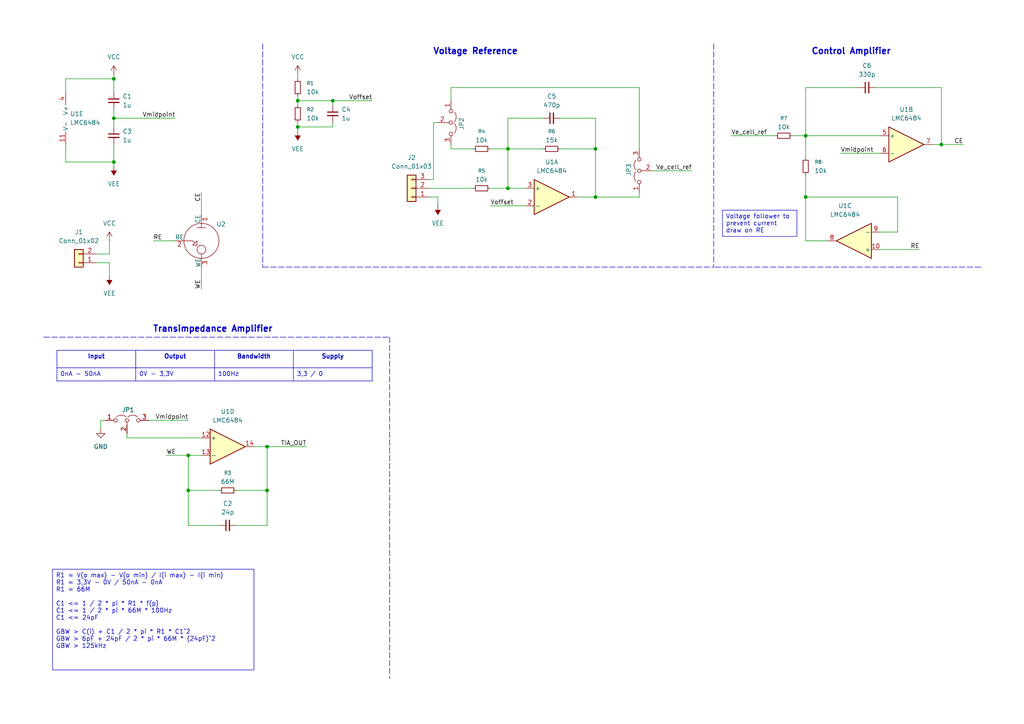
<source format=kicad_sch>
(kicad_sch (version 20250114) (generator "eeschema") (generator_version "9.0")
  (paper "A4")
  (lib_symbols
    (symbol "Amplifier_Operational:LMC6484" (pin_names (offset 0.127))
      (property "Reference" "U" (at 0 5.08 0))
      (property "Value" "LMC6484" (at 0 -5.08 0))
      (symbol "LMC6484_1_1"
        (polyline (pts (xy -5.08 5.08) (xy 5.08 0) (xy -5.08 -5.08) (xy -5.08 5.08)) (stroke (width 0.254)) (fill (type background)))
        (pin input line (at -7.62 2.54 0) (length 2.54) (name "+") (number "3"))
        (pin input line (at -7.62 -2.54 0) (length 2.54) (name "-") (number "2"))
        (pin output line (at 7.62 0 180) (length 2.54) (name "~") (number "1"))
      )
      (symbol "LMC6484_2_1"
        (polyline (pts (xy -5.08 5.08) (xy 5.08 0) (xy -5.08 -5.08) (xy -5.08 5.08)) (stroke (width 0.254)) (fill (type background)))
        (pin input line (at -7.62 2.54 0) (length 2.54) (name "+") (number "5"))
        (pin input line (at -7.62 -2.54 0) (length 2.54) (name "-") (number "6"))
        (pin output line (at 7.62 0 180) (length 2.54) (name "~") (number "7"))
      )
      (symbol "LMC6484_3_1"
        (polyline (pts (xy -5.08 5.08) (xy 5.08 0) (xy -5.08 -5.08) (xy -5.08 5.08)) (stroke (width 0.254)) (fill (type background)))
        (pin input line (at -7.62 2.54 0) (length 2.54) (name "+") (number "10"))
        (pin input line (at -7.62 -2.54 0) (length 2.54) (name "-") (number "9"))
        (pin output line (at 7.62 0 180) (length 2.54) (name "~") (number "8"))
      )
      (symbol "LMC6484_4_1"
        (polyline (pts (xy -5.08 5.08) (xy 5.08 0) (xy -5.08 -5.08) (xy -5.08 5.08)) (stroke (width 0.254)) (fill (type background)))
        (pin input line (at -7.62 2.54 0) (length 2.54) (name "+") (number "12"))
        (pin input line (at -7.62 -2.54 0) (length 2.54) (name "-") (number "13"))
        (pin output line (at 7.62 0 180) (length 2.54) (name "~") (number "14"))
      )
      (symbol "LMC6484_5_1"
        (pin power_in line (at -2.54 7.62 270) (length 3.81) (name "V+") (number "4"))
        (pin power_in line (at -2.54 -7.62 90) (length 3.81) (name "V-") (number "11"))
      )
    )
    (symbol "Connector_Generic:Conn_01x02" (pin_names (offset 1.016) (hide yes))
      (property "Reference" "J" (at 0 2.54 0))
      (property "Value" "Conn_01x02" (at 0 -5.08 0))
      (symbol "Conn_01x02_1_1"
        (rectangle (start -1.27 1.27) (end 1.27 -3.81) (stroke (width 0.254)) (fill (type background)))
        (rectangle (start -1.27 0.127) (end 0 -0.127) (stroke (width 0.1524)))
        (rectangle (start -1.27 -2.413) (end 0 -2.667) (stroke (width 0.1524)))
        (pin passive line (at -5.08 0 0) (length 3.81) (name "Pin_1") (number "1"))
        (pin passive line (at -5.08 -2.54 0) (length 3.81) (name "Pin_2") (number "2"))
      )
    )
    (symbol "Connector_Generic:Conn_01x03" (pin_names (offset 1.016) (hide yes))
      (property "Reference" "J" (at 0 5.08 0))
      (property "Value" "Conn_01x03" (at 0 -5.08 0))
      (symbol "Conn_01x03_1_1"
        (rectangle (start -1.27 3.81) (end 1.27 -3.81) (stroke (width 0.254)) (fill (type background)))
        (rectangle (start -1.27 2.667) (end 0 2.413) (stroke (width 0.1524)))
        (rectangle (start -1.27 0.127) (end 0 -0.127) (stroke (width 0.1524)))
        (rectangle (start -1.27 -2.413) (end 0 -2.667) (stroke (width 0.1524)))
        (pin passive line (at -5.08 2.54 0) (length 3.81) (name "Pin_1") (number "1"))
        (pin passive line (at -5.08 0 0) (length 3.81) (name "Pin_2") (number "2"))
        (pin passive line (at -5.08 -2.54 0) (length 3.81) (name "Pin_3") (number "3"))
      )
    )
    (symbol "Device:C_Small" (pin_numbers (hide yes)) (pin_names (offset 0.254) (hide yes))
      (property "Reference" "C" (at 0.254 1.778 0))
      (property "Value" "C_Small" (at 0.254 -2.032 0))
      (symbol "C_Small_0_1"
        (polyline (pts (xy -1.524 0.508) (xy 1.524 0.508)) (stroke (width 0.3048)))
        (polyline (pts (xy -1.524 -0.508) (xy 1.524 -0.508)) (stroke (width 0.3302)))
      )
      (symbol "C_Small_1_1"
        (pin passive line (at 0 2.54 270) (length 2.032) (name "~") (number "1"))
        (pin passive line (at 0 -2.54 90) (length 2.032) (name "~") (number "2"))
      )
    )
    (symbol "Device:R_Small" (pin_numbers (hide yes)) (pin_names (offset 0.254) (hide yes))
      (property "Reference" "R" (at 0 0 90))
      (property "Value" "R_Small" (at 1.778 0 90))
      (symbol "R_Small_0_1"
        (rectangle (start -0.762 1.778) (end 0.762 -1.778) (stroke (width 0.2032)))
      )
      (symbol "R_Small_1_1"
        (pin passive line (at 0 2.54 270) (length 0.762) (name "~") (number "1"))
        (pin passive line (at 0 -2.54 90) (length 0.762) (name "~") (number "2"))
      )
    )
    (symbol "Jumper:Jumper_3_Open" (pin_names (offset 0) (hide yes)) (in_bom no)
      (property "Reference" "JP" (at -2.54 -2.54 0))
      (property "Value" "Jumper_3_Open" (at 0 2.794 0))
      (symbol "Jumper_3_Open_0_0"
        (circle (center -3.302 0) (radius 0.508))
        (circle (center 0 0) (radius 0.508))
        (circle (center 3.302 0) (radius 0.508))
      )
      (symbol "Jumper_3_Open_0_1"
        (arc (start -3.048 1.016) (mid -1.651 1.4992) (end -0.254 1.016))
        (polyline (pts (xy 0 -0.508) (xy 0 -1.27)))
        (arc (start 0.254 1.016) (mid 1.651 1.4992) (end 3.048 1.016))
      )
      (symbol "Jumper_3_Open_1_1"
        (pin passive line (at -6.35 0 0) (length 2.54) (name "A") (number "1"))
        (pin passive line (at 0 -3.81 90) (length 2.54) (name "C") (number "2"))
        (pin passive line (at 6.35 0 180) (length 2.54) (name "B") (number "3"))
      )
    )
    (symbol "Potentiostat:Electrochemical_Cell" (pin_names (offset 0))
      (property "Reference" "U" (at 6.096 6.604 0))
      (symbol "Electrochemical_Cell_0_1"
        (polyline (pts (xy -5.08 0) (xy -2.54 0) (xy -1.905 -0.635)))
        (polyline (pts (xy -1.27 3.81) (xy 1.27 3.81)))
        (polyline (pts (xy -1.27 0) (xy -1.27 -1.27) (xy -2.54 -1.27) (xy -1.27 0)))
        (polyline (pts (xy 0 5.08) (xy 0 3.81)))
        (circle (center 0 0) (radius 5.08))
        (circle (center 0 -2.54) (radius 1.27))
        (polyline (pts (xy 0 -3.81) (xy 0 -5.08)))
      )
      (symbol "Electrochemical_Cell_1_1"
        (pin power_out line (at -7.62 0 0) (length 2.54) (name "RE") (number "2"))
        (pin power_out line (at 0 7.62 270) (length 2.54) (name "CE") (number "1"))
        (pin power_out line (at 0 -7.62 90) (length 2.54) (name "WE") (number "3"))
      )
    )
    (symbol "power:GND" (power) (pin_numbers (hide yes)) (pin_names (offset 0) (hide yes))
      (property "Value" "GND" (at 0 -3.81 0))
      (symbol "GND_0_1"
        (polyline (pts (xy 0 0) (xy 0 -1.27) (xy 1.27 -1.27) (xy 0 -2.54) (xy -1.27 -1.27) (xy 0 -1.27)))
      )
      (symbol "GND_1_1"
        (pin power_in line (at 0 0 270) (length 0) (name "~") (number "1"))
      )
    )
    (symbol "power:VCC" (power) (pin_numbers (hide yes)) (pin_names (offset 0) (hide yes))
      (property "Value" "VCC" (at 0 3.556 0))
      (symbol "VCC_0_1"
        (polyline (pts (xy -0.762 1.27) (xy 0 2.54)))
        (polyline (pts (xy 0 2.54) (xy 0.762 1.27)))
        (polyline (pts (xy 0 0) (xy 0 2.54)))
      )
      (symbol "VCC_1_1"
        (pin power_in line (at 0 0 90) (length 0) (name "~") (number "1"))
      )
    )
    (symbol "power:VEE" (power) (pin_numbers (hide yes)) (pin_names (offset 0) (hide yes))
      (property "Value" "VEE" (at 0 3.556 0))
      (symbol "VEE_0_1"
        (polyline (pts (xy 0 0) (xy 0 2.54)))
        (polyline (pts (xy 0.762 1.27) (xy -0.762 1.27) (xy 0 2.54) (xy 0.762 1.27)) (fill (type outline)))
      )
      (symbol "VEE_1_1"
        (pin power_in line (at 0 0 90) (length 0) (name "~") (number "1"))
      )
    )
  )
  (text "Control Amplifier" (at 246.888 14.986 0) (effects (font (size 1.778 1.778) (thickness 0.3556) (bold yes))))
  (text "Transimpedance Amplifier" (at 61.722 95.504 0) (effects (font (size 1.778 1.778) (thickness 0.3556) (bold yes))))
  (text "Voltage Reference" (at 137.922 14.986 0) (effects (font (size 1.778 1.778) (thickness 0.3556) (bold yes))))
  (text_box "R1 = V(o max) - V(o min) / I(i max) - I(i min)\nR1 = 3,3V - 0V / 50nA - 0nA\nR1 = 66M\n\nC1 <= 1 / 2 * pi * R1 * f(p)\nC1 <= 1 / 2 * pi * 66M * 100Hz\nC1 <= 24pF\n\nGBW > C(i) + C1 / 2 * pi * R1 * C1^2\nGBW > 6pF + 24pF / 2 * pi * 66M * (24pF)^2\nGBW > 125kHz" (at 15.24 165.1 0) (size 58.42 29.21) (margins 0.9525 0.9525 0.9525 0.9525) (effects (font (size 1.27 1.27)) (justify left top)))
  (text_box "Voltage follower to prevent current draw on RE" (at 209.55 60.96 0) (size 21.59 7.62) (margins 0.9525 0.9525 0.9525 0.9525) (effects (font (size 1.27 1.27)) (justify left top)))
  (junction (at 147.32 43.18))
  (junction (at 147.32 54.61))
  (junction (at 33.02 22.86))
  (junction (at 233.68 39.37))
  (junction (at 33.02 34.29))
  (junction (at 233.68 57.15))
  (junction (at 273.05 41.91))
  (junction (at 54.61 142.24))
  (junction (at 77.47 129.54))
  (junction (at 172.72 43.18))
  (junction (at 96.52 29.21))
  (junction (at 54.61 132.08))
  (junction (at 86.36 29.21))
  (junction (at 77.47 142.24))
  (junction (at 33.02 46.99))
  (junction (at 172.72 57.15))
  (junction (at 86.36 36.83))
  (wire (pts (xy 54.61 142.24) (xy 63.5 142.24)))
  (wire (pts (xy 31.75 76.2) (xy 31.75 80.01)))
  (wire (pts (xy 33.02 21.59) (xy 33.02 22.86)))
  (wire (pts (xy 260.35 57.15) (xy 233.68 57.15)))
  (wire (pts (xy 142.24 59.69) (xy 152.4 59.69)))
  (wire (pts (xy 44.45 69.85) (xy 50.8 69.85)))
  (wire (pts (xy 260.35 67.31) (xy 260.35 57.15)))
  (wire (pts (xy 77.47 129.54) (xy 88.9 129.54)))
  (wire (pts (xy 58.42 132.08) (xy 54.61 132.08)))
  (wire (pts (xy 58.42 55.88) (xy 58.42 62.23)))
  (wire (pts (xy 31.75 69.85) (xy 31.75 73.66)))
  (wire (pts (xy 77.47 129.54) (xy 77.47 142.24)))
  (wire (pts (xy 162.56 43.18) (xy 172.72 43.18)))
  (wire (pts (xy 77.47 129.54) (xy 73.66 129.54)))
  (wire (pts (xy 68.58 142.24) (xy 77.47 142.24)))
  (polyline (pts (xy 207.01 12.7) (xy 207.01 77.47)) (stroke (width 0) (type dash)))
  (wire (pts (xy 172.72 34.29) (xy 172.72 43.18)))
  (wire (pts (xy 157.48 34.29) (xy 147.32 34.29)))
  (wire (pts (xy 185.42 55.88) (xy 185.42 57.15)))
  (polyline (pts (xy 12.7 97.79) (xy 113.03 97.79)) (stroke (width 0) (type dash)))
  (wire (pts (xy 33.02 46.99) (xy 33.02 48.26)))
  (polyline (pts (xy 76.2 12.7) (xy 76.2 77.47)) (stroke (width 0) (type dash)))
  (wire (pts (xy 19.05 22.86) (xy 33.02 22.86)))
  (wire (pts (xy 96.52 29.21) (xy 107.95 29.21)))
  (wire (pts (xy 233.68 39.37) (xy 233.68 45.72)))
  (wire (pts (xy 31.75 73.66) (xy 27.94 73.66)))
  (wire (pts (xy 33.02 31.75) (xy 33.02 34.29)))
  (wire (pts (xy 19.05 41.91) (xy 19.05 46.99)))
  (wire (pts (xy 127 35.56) (xy 125.73 35.56)))
  (wire (pts (xy 248.92 25.4) (xy 233.68 25.4)))
  (wire (pts (xy 233.68 25.4) (xy 233.68 39.37)))
  (wire (pts (xy 33.02 22.86) (xy 33.02 26.67)))
  (wire (pts (xy 124.46 57.15) (xy 127 57.15)))
  (wire (pts (xy 147.32 54.61) (xy 152.4 54.61)))
  (wire (pts (xy 125.73 35.56) (xy 125.73 52.07)))
  (wire (pts (xy 68.58 152.4) (xy 77.47 152.4)))
  (wire (pts (xy 48.26 132.08) (xy 54.61 132.08)))
  (wire (pts (xy 273.05 41.91) (xy 279.4 41.91)))
  (wire (pts (xy 185.42 25.4) (xy 185.42 43.18)))
  (wire (pts (xy 130.81 41.91) (xy 130.81 43.18)))
  (wire (pts (xy 233.68 57.15) (xy 233.68 69.85)))
  (wire (pts (xy 130.81 25.4) (xy 185.42 25.4)))
  (wire (pts (xy 125.73 52.07) (xy 124.46 52.07)))
  (wire (pts (xy 172.72 43.18) (xy 172.72 57.15)))
  (wire (pts (xy 233.68 69.85) (xy 240.03 69.85)))
  (wire (pts (xy 54.61 142.24) (xy 54.61 152.4)))
  (wire (pts (xy 36.83 127) (xy 58.42 127)))
  (wire (pts (xy 96.52 30.48) (xy 96.52 29.21)))
  (wire (pts (xy 36.83 125.73) (xy 36.83 127)))
  (wire (pts (xy 86.36 21.59) (xy 86.36 22.86)))
  (wire (pts (xy 77.47 142.24) (xy 77.47 152.4)))
  (wire (pts (xy 229.87 39.37) (xy 233.68 39.37)))
  (wire (pts (xy 86.36 36.83) (xy 86.36 38.1)))
  (polyline (pts (xy 76.2 77.47) (xy 207.01 77.47)) (stroke (width 0) (type dash)))
  (wire (pts (xy 33.02 34.29) (xy 33.02 36.83)))
  (wire (pts (xy 19.05 46.99) (xy 33.02 46.99)))
  (wire (pts (xy 29.21 121.92) (xy 30.48 121.92)))
  (polyline (pts (xy 113.03 97.79) (xy 113.03 196.85)) (stroke (width 0) (type dash)))
  (wire (pts (xy 54.61 152.4) (xy 63.5 152.4)))
  (wire (pts (xy 86.36 27.94) (xy 86.36 29.21)))
  (wire (pts (xy 147.32 43.18) (xy 147.32 54.61)))
  (wire (pts (xy 147.32 43.18) (xy 157.48 43.18)))
  (wire (pts (xy 86.36 29.21) (xy 96.52 29.21)))
  (wire (pts (xy 255.27 72.39) (xy 266.7 72.39)))
  (wire (pts (xy 233.68 39.37) (xy 255.27 39.37)))
  (wire (pts (xy 270.51 41.91) (xy 273.05 41.91)))
  (wire (pts (xy 212.09 39.37) (xy 224.79 39.37)))
  (wire (pts (xy 96.52 35.56) (xy 96.52 36.83)))
  (wire (pts (xy 273.05 25.4) (xy 273.05 41.91)))
  (wire (pts (xy 130.81 43.18) (xy 137.16 43.18)))
  (wire (pts (xy 54.61 121.92) (xy 43.18 121.92)))
  (wire (pts (xy 172.72 57.15) (xy 167.64 57.15)))
  (wire (pts (xy 147.32 34.29) (xy 147.32 43.18)))
  (wire (pts (xy 124.46 54.61) (xy 137.16 54.61)))
  (wire (pts (xy 58.42 77.47) (xy 58.42 83.82)))
  (polyline (pts (xy 284.48 77.47) (xy 207.01 77.47)) (stroke (width 0) (type dash)))
  (wire (pts (xy 86.36 29.21) (xy 86.36 30.48)))
  (wire (pts (xy 243.84 44.45) (xy 255.27 44.45)))
  (wire (pts (xy 172.72 57.15) (xy 185.42 57.15)))
  (wire (pts (xy 142.24 43.18) (xy 147.32 43.18)))
  (wire (pts (xy 33.02 34.29) (xy 50.8 34.29)))
  (wire (pts (xy 96.52 36.83) (xy 86.36 36.83)))
  (wire (pts (xy 27.94 76.2) (xy 31.75 76.2)))
  (wire (pts (xy 19.05 26.67) (xy 19.05 22.86)))
  (wire (pts (xy 233.68 50.8) (xy 233.68 57.15)))
  (wire (pts (xy 189.23 49.53) (xy 200.66 49.53)))
  (wire (pts (xy 254 25.4) (xy 273.05 25.4)))
  (wire (pts (xy 127 57.15) (xy 127 59.69)))
  (wire (pts (xy 130.81 29.21) (xy 130.81 25.4)))
  (wire (pts (xy 33.02 46.99) (xy 33.02 41.91)))
  (wire (pts (xy 162.56 34.29) (xy 172.72 34.29)))
  (wire (pts (xy 255.27 67.31) (xy 260.35 67.31)))
  (wire (pts (xy 54.61 132.08) (xy 54.61 142.24)))
  (wire (pts (xy 29.21 121.92) (xy 29.21 124.46)))
  (wire (pts (xy 142.24 54.61) (xy 147.32 54.61)))
  (wire (pts (xy 86.36 35.56) (xy 86.36 36.83)))
  (table (column_count 4) (border (external yes) (header yes)) (separators (rows yes) (cols yes)) (column_widths 22.86 22.86 22.86 22.86) (row_heights 5.08 3.81) (cells (table_cell "Input" (at 16.51 101.6 0) (size 22.86 5.08) (margins 0.9525 0.9525 0.9525 0.9525) (span 1 1)) (table_cell "Output" (at 39.37 101.6 0) (size 22.86 5.08) (margins 0.9525 0.9525 0.9525 0.9525) (span 1 1)) (table_cell "Bandwidth" (at 62.23 101.6 0) (size 22.86 5.08) (margins 0.9525 0.9525 0.9525 0.9525) (span 1 1)) (table_cell "Supply" (at 85.09 101.6 0) (size 22.86 5.08) (margins 0.9525 0.9525 0.9525 0.9525) (span 1 1)) (table_cell "0nA - 50nA" (at 16.51 106.68 0) (size 22.86 3.81) (margins 0.9525 0.9525 0.9525 0.9525) (span 1 1)) (table_cell "0V - 3,3V" (at 39.37 106.68 0) (size 22.86 3.81) (margins 0.9525 0.9525 0.9525 0.9525) (span 1 1)) (table_cell "100Hz" (at 62.23 106.68 0) (size 22.86 3.81) (margins 0.9525 0.9525 0.9525 0.9525) (span 1 1)) (table_cell "3,3 / 0" (at 85.09 106.68 0) (size 22.86 3.81) (margins 0.9525 0.9525 0.9525 0.9525) (span 1 1))))
  (label "WE" (at 48.26 132.08 0))
  (label "TIA_OUT" (at 88.9 129.54 180))
  (label "Voffset" (at 107.95 29.21 180))
  (label "CE" (at 58.42 55.88 270))
  (label "CE" (at 279.4 41.91 180))
  (label "Vmidpoint" (at 243.84 44.45 0))
  (label "Ve_cell_ref" (at 200.66 49.53 180))
  (label "RE" (at 266.7 72.39 180))
  (label "Ve_cell_ref" (at 212.09 39.37 0))
  (label "Vmidpoint" (at 54.61 121.92 180))
  (label "RE" (at 44.45 69.85 0))
  (label "WE" (at 58.42 83.82 90))
  (label "Voffset" (at 142.24 59.69 0))
  (label "Vmidpoint" (at 50.8 34.29 180))
  (symbol (lib_id "Connector_Generic:Conn_01x03") (at 119.38 54.61 180) (unit 1)
    (property "Reference" "J2" (at 119.38 45.72 0))
    (property "Value" "Conn_01x03" (at 119.38 48.26 0))
    (property "Footprint" "Connector_PinHeader_2.54mm:PinHeader_1x03_P2.54mm_Vertical" (effects (hide yes)))
    (property "Description" "Generic connector, single row, 01x03, script generated (kicad-library-utils/schlib/autogen/connector/)" (effects (hide yes)))
  )
  (symbol (lib_id "Connector_Generic:Conn_01x02") (at 22.86 76.2 180) (unit 1)
    (property "Reference" "J1" (at 22.86 67.31 0))
    (property "Value" "Conn_01x02" (at 22.86 69.85 0))
    (property "Footprint" "Connector_PinHeader_2.54mm:PinHeader_1x02_P2.54mm_Vertical" (effects (hide yes)))
    (property "Description" "Generic connector, single row, 01x02, script generated (kicad-library-utils/schlib/autogen/connector/)" (effects (hide yes)))
  )
  (symbol (lib_id "Device:C_Small") (at 160.02 34.29 90) (unit 1)
    (property "Reference" "C5" (at 160.0263 27.94 90))
    (property "Value" "470p" (at 160.0263 30.48 90))
    (property "Footprint" "Capacitor_SMD:C_0603_1608Metric_Pad1.08x0.95mm_HandSolder" (effects (hide yes)))
    (property "Description" "Unpolarized capacitor, small symbol" (effects (hide yes)))
  )
  (symbol (lib_id "Device:R_Small") (at 86.36 25.4 180) (unit 1)
    (property "Reference" "R1" (at 88.9 24.1299 0) (effects (font (size 1.016 1.016)) (justify right)))
    (property "Value" "10k" (at 88.9 26.6699 0) (effects (justify right)))
    (property "Footprint" "Resistor_SMD:R_0603_1608Metric_Pad0.98x0.95mm_HandSolder" (effects (hide yes)))
    (property "Description" "Resistor, small symbol" (effects (hide yes)))
  )
  (symbol (lib_id "Amplifier_Operational:LMC6484") (at 66.04 129.54 0) (unit 4)
    (property "Reference" "U1" (at 66.04 119.38 0))
    (property "Value" "LMC6484" (at 66.04 121.92 0))
    (property "Footprint" "Package_SO:SOIC-14_3.9x8.7mm_P1.27mm" (effects (hide yes)))
    (property "Datasheet" "http://www.ti.com/lit/ds/symlink/lmc6484.pdf" (effects (hide yes)))
    (property "Description" "Quad CMOS Rail-to-Rail Input and Output Operational Amplifier, DIP-14/SOIC-14" (effects (hide yes)))
    (property "Sim.Library" "${KICAD9_SYMBOL_DIR}/Simulation_SPICE.sp" (effects (hide yes)))
    (property "Sim.Name" "kicad_builtin_opamp_quad" (effects (hide yes)))
    (property "Sim.Device" "SUBCKT" (effects (hide yes)))
    (property "Sim.Pins" "1=out1 2=in1- 3=in1+ 4=vcc 5=in2+ 6=in2- 7=out2 8=out3 9=in3- 10=in3+ 11=vee 12=in4+ 13=in4- 14=out4" (effects (hide yes)))
  )
  (symbol (lib_id "Amplifier_Operational:LMC6484") (at 21.59 34.29 0) (unit 5)
    (property "Reference" "U1" (at 20.32 33.0199 0) (effects (justify left)))
    (property "Value" "LMC6484" (at 20.32 35.5599 0) (effects (justify left)))
    (property "Footprint" "Package_SO:SOIC-14_3.9x8.7mm_P1.27mm" (effects (hide yes)))
    (property "Datasheet" "http://www.ti.com/lit/ds/symlink/lmc6484.pdf" (effects (hide yes)))
    (property "Description" "Quad CMOS Rail-to-Rail Input and Output Operational Amplifier, DIP-14/SOIC-14" (effects (hide yes)))
    (property "Sim.Library" "${KICAD9_SYMBOL_DIR}/Simulation_SPICE.sp" (effects (hide yes)))
    (property "Sim.Name" "kicad_builtin_opamp_quad" (effects (hide yes)))
    (property "Sim.Device" "SUBCKT" (effects (hide yes)))
    (property "Sim.Pins" "1=out1 2=in1- 3=in1+ 4=vcc 5=in2+ 6=in2- 7=out2 8=out3 9=in3- 10=in3+ 11=vee 12=in4+ 13=in4- 14=out4" (effects (hide yes)))
  )
  (symbol (lib_id "Device:R_Small") (at 66.04 142.24 90) (unit 1)
    (property "Reference" "R3" (at 66.04 137.16 90) (effects (font (size 1.016 1.016))))
    (property "Value" "66M" (at 66.04 139.7 90))
    (property "Footprint" "Resistor_SMD:R_0603_1608Metric_Pad0.98x0.95mm_HandSolder" (effects (hide yes)))
    (property "Description" "Resistor, small symbol" (effects (hide yes)))
  )
  (symbol (lib_id "Device:R_Small") (at 139.7 54.61 90) (unit 1)
    (property "Reference" "R5" (at 139.7 49.53 90) (effects (font (size 1.016 1.016))))
    (property "Value" "10k" (at 139.7 52.07 90))
    (property "Footprint" "Resistor_SMD:R_0603_1608Metric_Pad0.98x0.95mm_HandSolder" (effects (hide yes)))
    (property "Description" "Resistor, small symbol" (effects (hide yes)))
  )
  (symbol (lib_id "Jumper:Jumper_3_Open") (at 36.83 121.92 0) (unit 1) (in_bom no)
    (property "Reference" "JP1" (at 35.306 118.872 0) (effects (justify left)))
    (property "Value" "Jumper_3_Open" (effects (hide yes)))
    (property "Footprint" "Connector_PinHeader_2.54mm:PinHeader_1x03_P2.54mm_Vertical" (effects (hide yes)))
    (property "Description" "Jumper, 3-pole, both open" (effects (hide yes)))
  )
  (symbol (lib_id "Device:R_Small") (at 233.68 48.26 180) (unit 1)
    (property "Reference" "R8" (at 236.22 46.9899 0) (effects (font (size 1.016 1.016)) (justify right)))
    (property "Value" "10k" (at 236.22 49.5299 0) (effects (justify right)))
    (property "Footprint" "Resistor_SMD:R_0603_1608Metric_Pad0.98x0.95mm_HandSolder" (effects (hide yes)))
    (property "Description" "Resistor, small symbol" (effects (hide yes)))
  )
  (symbol (lib_id "Device:R_Small") (at 227.33 39.37 90) (unit 1)
    (property "Reference" "R7" (at 227.33 34.29 90) (effects (font (size 1.016 1.016))))
    (property "Value" "10k" (at 227.33 36.83 90))
    (property "Footprint" "Resistor_SMD:R_0603_1608Metric_Pad0.98x0.95mm_HandSolder" (effects (hide yes)))
    (property "Description" "Resistor, small symbol" (effects (hide yes)))
  )
  (symbol (lib_id "power:VCC") (at 86.36 21.59 0) (unit 1)
    (property "Reference" "#PWR06" (effects (hide yes)))
    (property "Value" "VCC" (at 86.36 16.51 0))
    (property "Description" "Power symbol creates a global label with name \"VCC\"" (effects (hide yes)))
  )
  (symbol (lib_id "power:VCC") (at 33.02 21.59 0) (unit 1)
    (property "Reference" "#PWR02" (effects (hide yes)))
    (property "Value" "VCC" (at 33.02 16.51 0))
    (property "Description" "Power symbol creates a global label with name \"VCC\"" (effects (hide yes)))
  )
  (symbol (lib_id "power:VCC") (at 31.75 69.85 0) (unit 1)
    (property "Reference" "#PWR07" (effects (hide yes)))
    (property "Value" "VCC" (at 31.75 64.77 0))
    (property "Description" "Power symbol creates a global label with name \"VCC\"" (effects (hide yes)))
  )
  (symbol (lib_id "Amplifier_Operational:LMC6484") (at 160.02 57.15 0) (unit 1)
    (property "Reference" "U1" (at 160.02 46.99 0))
    (property "Value" "LMC6484" (at 160.02 49.53 0))
    (property "Footprint" "Package_SO:SOIC-14_3.9x8.7mm_P1.27mm" (effects (hide yes)))
    (property "Datasheet" "http://www.ti.com/lit/ds/symlink/lmc6484.pdf" (effects (hide yes)))
    (property "Description" "Quad CMOS Rail-to-Rail Input and Output Operational Amplifier, DIP-14/SOIC-14" (effects (hide yes)))
    (property "Sim.Library" "${KICAD9_SYMBOL_DIR}/Simulation_SPICE.sp" (effects (hide yes)))
    (property "Sim.Name" "kicad_builtin_opamp_quad" (effects (hide yes)))
    (property "Sim.Device" "SUBCKT" (effects (hide yes)))
    (property "Sim.Pins" "1=out1 2=in1- 3=in1+ 4=vcc 5=in2+ 6=in2- 7=out2 8=out3 9=in3- 10=in3+ 11=vee 12=in4+ 13=in4- 14=out4" (effects (hide yes)))
  )
  (symbol (lib_id "Device:C_Small") (at 66.04 152.4 90) (unit 1)
    (property "Reference" "C2" (at 66.0463 146.05 90))
    (property "Value" "24p" (at 66.0463 148.59 90))
    (property "Footprint" "Capacitor_SMD:C_0603_1608Metric_Pad1.08x0.95mm_HandSolder" (effects (hide yes)))
    (property "Description" "Unpolarized capacitor, small symbol" (effects (hide yes)))
  )
  (symbol (lib_id "Device:R_Small") (at 86.36 33.02 180) (unit 1)
    (property "Reference" "R2" (at 88.9 31.7499 0) (effects (font (size 1.016 1.016)) (justify right)))
    (property "Value" "10k" (at 88.9 34.2899 0) (effects (justify right)))
    (property "Footprint" "Resistor_SMD:R_0603_1608Metric_Pad0.98x0.95mm_HandSolder" (effects (hide yes)))
    (property "Description" "Resistor, small symbol" (effects (hide yes)))
  )
  (symbol (lib_id "Jumper:Jumper_3_Open") (at 185.42 49.53 90) (unit 1) (in_bom no)
    (property "Reference" "JP3" (at 182.372 51.054 0) (effects (justify left)))
    (property "Value" "Jumper_3_Open" (effects (hide yes)))
    (property "Footprint" "Connector_PinHeader_2.54mm:PinHeader_1x03_P2.54mm_Vertical" (effects (hide yes)))
    (property "Description" "Jumper, 3-pole, both open" (effects (hide yes)))
  )
  (symbol (lib_id "power:VEE") (at 86.36 38.1 180) (unit 1)
    (property "Reference" "#PWR05" (effects (hide yes)))
    (property "Value" "VEE" (at 86.36 43.18 0))
    (property "Description" "Power symbol creates a global label with name \"VEE\"" (effects (hide yes)))
  )
  (symbol (lib_id "power:VEE") (at 31.75 80.01 180) (unit 1)
    (property "Reference" "#PWR08" (effects (hide yes)))
    (property "Value" "VEE" (at 31.75 85.09 0))
    (property "Description" "Power symbol creates a global label with name \"VEE\"" (effects (hide yes)))
  )
  (symbol (lib_id "Device:R_Small") (at 160.02 43.18 90) (unit 1)
    (property "Reference" "R6" (at 160.02 38.1 90) (effects (font (size 1.016 1.016))))
    (property "Value" "15k" (at 160.02 40.64 90))
    (property "Footprint" "Resistor_SMD:R_0603_1608Metric_Pad0.98x0.95mm_HandSolder" (effects (hide yes)))
    (property "Description" "Resistor, small symbol" (effects (hide yes)))
  )
  (symbol (lib_id "Device:C_Small") (at 33.02 29.21 0) (unit 1)
    (property "Reference" "C1" (at 35.56 27.9462 0) (effects (justify left)))
    (property "Value" "1u" (at 35.56 30.4862 0) (effects (justify left)))
    (property "Footprint" "Capacitor_SMD:C_0603_1608Metric_Pad1.08x0.95mm_HandSolder" (effects (hide yes)))
    (property "Description" "Unpolarized capacitor, small symbol" (effects (hide yes)))
  )
  (symbol (lib_id "power:VEE") (at 33.02 48.26 180) (unit 1)
    (property "Reference" "#PWR01" (effects (hide yes)))
    (property "Value" "VEE" (at 33.02 53.34 0))
    (property "Description" "Power symbol creates a global label with name \"VEE\"" (effects (hide yes)))
  )
  (symbol (lib_id "Potentiostat:Electrochemical_Cell") (at 58.42 69.85 0) (unit 1)
    (property "Reference" "U2" (at 62.738 65.024 0) (effects (justify left)))
    (property "Footprint" "Connector_PinHeader_2.54mm:PinHeader_1x03_P2.54mm_Vertical" (effects (hide yes)))
  )
  (symbol (lib_id "Device:C_Small") (at 251.46 25.4 90) (unit 1)
    (property "Reference" "C6" (at 251.4663 19.05 90))
    (property "Value" "330p" (at 251.4663 21.59 90))
    (property "Footprint" "Capacitor_SMD:C_0603_1608Metric_Pad1.08x0.95mm_HandSolder" (effects (hide yes)))
    (property "Description" "Unpolarized capacitor, small symbol" (effects (hide yes)))
  )
  (symbol (lib_id "power:VEE") (at 127 59.69 180) (unit 1)
    (property "Reference" "#PWR04" (effects (hide yes)))
    (property "Value" "VEE" (at 127 64.77 0))
    (property "Description" "Power symbol creates a global label with name \"VEE\"" (effects (hide yes)))
  )
  (symbol (lib_id "Device:R_Small") (at 139.7 43.18 90) (unit 1)
    (property "Reference" "R4" (at 139.7 38.1 90) (effects (font (size 1.016 1.016))))
    (property "Value" "10k" (at 139.7 40.64 90))
    (property "Footprint" "Resistor_SMD:R_0603_1608Metric_Pad0.98x0.95mm_HandSolder" (effects (hide yes)))
    (property "Description" "Resistor, small symbol" (effects (hide yes)))
  )
  (symbol (lib_id "Jumper:Jumper_3_Open") (at 130.81 35.56 270) (unit 1) (in_bom no)
    (property "Reference" "JP2" (at 133.858 34.036 0) (effects (justify left)))
    (property "Value" "Jumper_3_Open" (effects (hide yes)))
    (property "Footprint" "Connector_PinHeader_2.54mm:PinHeader_1x03_P2.54mm_Vertical" (effects (hide yes)))
    (property "Description" "Jumper, 3-pole, both open" (effects (hide yes)))
  )
  (symbol (lib_id "Device:C_Small") (at 96.52 33.02 0) (unit 1)
    (property "Reference" "C4" (at 99.06 31.7562 0) (effects (justify left)))
    (property "Value" "1u" (at 99.06 34.2962 0) (effects (justify left)))
    (property "Footprint" "Capacitor_SMD:C_0603_1608Metric_Pad1.08x0.95mm_HandSolder" (effects (hide yes)))
    (property "Description" "Unpolarized capacitor, small symbol" (effects (hide yes)))
  )
  (symbol (lib_id "Amplifier_Operational:LMC6484") (at 262.89 41.91 0) (unit 2)
    (property "Reference" "U1" (at 262.89 31.75 0))
    (property "Value" "LMC6484" (at 262.89 34.29 0))
    (property "Footprint" "Package_SO:SOIC-14_3.9x8.7mm_P1.27mm" (effects (hide yes)))
    (property "Datasheet" "http://www.ti.com/lit/ds/symlink/lmc6484.pdf" (effects (hide yes)))
    (property "Description" "Quad CMOS Rail-to-Rail Input and Output Operational Amplifier, DIP-14/SOIC-14" (effects (hide yes)))
    (property "Sim.Library" "${KICAD9_SYMBOL_DIR}/Simulation_SPICE.sp" (effects (hide yes)))
    (property "Sim.Name" "kicad_builtin_opamp_quad" (effects (hide yes)))
    (property "Sim.Device" "SUBCKT" (effects (hide yes)))
    (property "Sim.Pins" "1=out1 2=in1- 3=in1+ 4=vcc 5=in2+ 6=in2- 7=out2 8=out3 9=in3- 10=in3+ 11=vee 12=in4+ 13=in4- 14=out4" (effects (hide yes)))
  )
  (symbol (lib_id "power:GND") (at 29.21 124.46 0) (unit 1)
    (property "Reference" "#PWR03" (effects (hide yes)))
    (property "Value" "GND" (at 29.21 129.54 0))
    (property "Description" "Power symbol creates a global label with name \"GND\" , ground" (effects (hide yes)))
  )
  (symbol (lib_id "Amplifier_Operational:LMC6484") (at 247.65 69.85 180) (unit 3)
    (property "Reference" "U1" (at 245.11 59.69 0))
    (property "Value" "LMC6484" (at 245.11 62.23 0))
    (property "Footprint" "Package_SO:SOIC-14_3.9x8.7mm_P1.27mm" (effects (hide yes)))
    (property "Datasheet" "http://www.ti.com/lit/ds/symlink/lmc6484.pdf" (effects (hide yes)))
    (property "Description" "Quad CMOS Rail-to-Rail Input and Output Operational Amplifier, DIP-14/SOIC-14" (effects (hide yes)))
    (property "Sim.Library" "${KICAD9_SYMBOL_DIR}/Simulation_SPICE.sp" (effects (hide yes)))
    (property "Sim.Name" "kicad_builtin_opamp_quad" (effects (hide yes)))
    (property "Sim.Device" "SUBCKT" (effects (hide yes)))
    (property "Sim.Pins" "1=out1 2=in1- 3=in1+ 4=vcc 5=in2+ 6=in2- 7=out2 8=out3 9=in3- 10=in3+ 11=vee 12=in4+ 13=in4- 14=out4" (effects (hide yes)))
  )
  (symbol (lib_id "Device:C_Small") (at 33.02 39.37 0) (unit 1)
    (property "Reference" "C3" (at 35.56 38.1062 0) (effects (justify left)))
    (property "Value" "1u" (at 35.56 40.6462 0) (effects (justify left)))
    (property "Footprint" "Capacitor_SMD:C_0603_1608Metric_Pad1.08x0.95mm_HandSolder" (effects (hide yes)))
    (property "Description" "Unpolarized capacitor, small symbol" (effects (hide yes)))
  )
)
</source>
